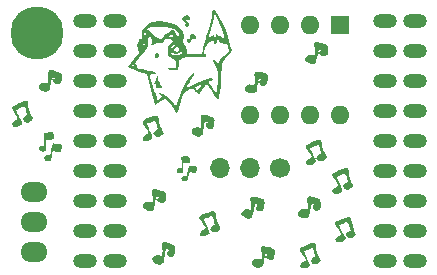
<source format=gbr>
%TF.GenerationSoftware,KiCad,Pcbnew,(5.99.0-2290-gd34f8fd4b)*%
%TF.CreationDate,2020-09-13T23:37:03+02:00*%
%TF.ProjectId,audio-esp32,61756469-6f2d-4657-9370-33322e6b6963,rev?*%
%TF.SameCoordinates,Original*%
%TF.FileFunction,Soldermask,Top*%
%TF.FilePolarity,Negative*%
%FSLAX46Y46*%
G04 Gerber Fmt 4.6, Leading zero omitted, Abs format (unit mm)*
G04 Created by KiCad (PCBNEW (5.99.0-2290-gd34f8fd4b)) date 2020-09-13 23:37:03*
%MOMM*%
%LPD*%
G01*
G04 APERTURE LIST*
%ADD10O,2.300000X1.700000*%
%ADD11O,1.600000X1.600000*%
%ADD12R,1.600000X1.600000*%
%ADD13C,1.700000*%
%ADD14O,1.700000X1.700000*%
%ADD15C,4.500000*%
%ADD16O,2.000000X1.200000*%
G04 APERTURE END LIST*
%TO.C,G\u002A\u002A\u002A*%
G36*
X142028126Y-71015258D02*
G01*
X142124566Y-71107372D01*
X142150292Y-71248197D01*
X142141672Y-71286054D01*
X142056190Y-71391290D01*
X141927188Y-71421698D01*
X141831733Y-71378032D01*
X141788514Y-71262567D01*
X141808725Y-71119953D01*
X141880297Y-71018994D01*
X141896084Y-71011158D01*
X142028126Y-71015258D01*
G37*
G36*
X142102912Y-72975327D02*
G01*
X142095720Y-73105615D01*
X142099428Y-73284004D01*
X142152415Y-73358253D01*
X142211796Y-73438114D01*
X142234908Y-73575460D01*
X142265908Y-73727804D01*
X142368631Y-73795980D01*
X142464507Y-73844947D01*
X142453282Y-73900112D01*
X142353299Y-73945895D01*
X142182899Y-73966716D01*
X142167492Y-73966837D01*
X142004976Y-73957843D01*
X141933362Y-73915637D01*
X141916655Y-73817388D01*
X141916612Y-73807689D01*
X141900399Y-73690996D01*
X141868868Y-73656080D01*
X141797245Y-73653000D01*
X141773986Y-73598246D01*
X141798743Y-73468987D01*
X141862971Y-73266586D01*
X141950087Y-73045339D01*
X142025294Y-72918774D01*
X142079324Y-72893301D01*
X142102912Y-72975327D01*
G37*
G36*
X144629565Y-67802639D02*
G01*
X144662112Y-67831111D01*
X144752230Y-67957694D01*
X144775687Y-68086464D01*
X144742548Y-68185220D01*
X144662880Y-68221762D01*
X144555678Y-68171540D01*
X144477811Y-68123252D01*
X144477540Y-68172761D01*
X144555056Y-68321315D01*
X144586693Y-68374211D01*
X144666253Y-68546650D01*
X144657356Y-68674804D01*
X144648112Y-68694045D01*
X144559465Y-68798190D01*
X144461608Y-68777524D01*
X144399319Y-68714957D01*
X144353282Y-68609428D01*
X144394162Y-68530193D01*
X144422871Y-68454667D01*
X144362909Y-68371431D01*
X144274638Y-68303051D01*
X144130013Y-68177728D01*
X144098937Y-68071887D01*
X144183580Y-67962032D01*
X144314681Y-67868989D01*
X144462920Y-67781187D01*
X144552516Y-67760746D01*
X144629565Y-67802639D01*
G37*
G36*
X145004081Y-69435444D02*
G01*
X145193165Y-69478171D01*
X145272553Y-69563785D01*
X145258776Y-69701490D01*
X145188849Y-69805933D01*
X145064790Y-69812848D01*
X144950730Y-69814675D01*
X144903089Y-69902170D01*
X144895992Y-69949857D01*
X144830490Y-70087276D01*
X144706061Y-70140370D01*
X144569883Y-70095188D01*
X144531501Y-70057660D01*
X144484694Y-69935819D01*
X144548470Y-69850432D01*
X144653679Y-69828992D01*
X144745257Y-69790711D01*
X144788952Y-69658645D01*
X144793155Y-69622100D01*
X144819273Y-69481140D01*
X144886136Y-69431893D01*
X145004081Y-69435444D01*
G37*
G36*
X155901636Y-70141120D02*
G01*
X155936308Y-70151340D01*
X156210862Y-70243669D01*
X156380657Y-70336587D01*
X156466035Y-70454337D01*
X156487339Y-70621162D01*
X156473661Y-70791750D01*
X156423830Y-71056823D01*
X156342663Y-71214934D01*
X156217218Y-71285102D01*
X156132452Y-71293153D01*
X155927339Y-71252334D01*
X155784069Y-71147976D01*
X155721091Y-71007229D01*
X155756859Y-70857241D01*
X155799853Y-70803797D01*
X155833264Y-70726503D01*
X155795618Y-70689201D01*
X155740673Y-70663865D01*
X155701065Y-70682379D01*
X155668660Y-70765413D01*
X155635321Y-70933634D01*
X155593761Y-71202018D01*
X155546554Y-71455596D01*
X155489640Y-71669506D01*
X155433899Y-71804289D01*
X155423795Y-71818341D01*
X155273717Y-71906864D01*
X155064367Y-71927749D01*
X154843491Y-71882330D01*
X154688856Y-71797806D01*
X154544646Y-71628965D01*
X154513761Y-71459674D01*
X154584286Y-71312384D01*
X154744305Y-71209545D01*
X154981903Y-71173610D01*
X155019349Y-71175113D01*
X155199596Y-71179273D01*
X155293401Y-71150183D01*
X155340802Y-71069176D01*
X155355668Y-71018315D01*
X155371239Y-70829769D01*
X155343699Y-70639151D01*
X155286765Y-70363756D01*
X155306832Y-70182231D01*
X155411160Y-70088600D01*
X155607008Y-70076889D01*
X155901636Y-70141120D01*
G37*
G36*
X133167851Y-72458013D02*
G01*
X133391516Y-72513808D01*
X133611529Y-72586945D01*
X133787886Y-72665977D01*
X133875823Y-72732147D01*
X133912945Y-72857180D01*
X133920622Y-73054915D01*
X133902483Y-73275108D01*
X133862159Y-73467514D01*
X133815356Y-73568967D01*
X133693013Y-73634758D01*
X133512132Y-73641428D01*
X133327713Y-73587463D01*
X133318442Y-73582642D01*
X133230124Y-73481277D01*
X133195340Y-73336839D01*
X133222661Y-73208627D01*
X133258968Y-73171098D01*
X133320201Y-73090035D01*
X133283906Y-73023082D01*
X133231428Y-73011950D01*
X133170255Y-73028515D01*
X133123162Y-73092506D01*
X133082918Y-73225362D01*
X133042293Y-73448526D01*
X133009918Y-73668805D01*
X132968427Y-73902065D01*
X132918868Y-74091627D01*
X132873403Y-74193993D01*
X132755147Y-74255876D01*
X132569362Y-74279240D01*
X132371197Y-74259631D01*
X132304081Y-74239971D01*
X132110888Y-74120186D01*
X132005899Y-73953520D01*
X131999787Y-73771181D01*
X132090752Y-73616327D01*
X132223097Y-73544468D01*
X132436101Y-73529218D01*
X132488622Y-73532206D01*
X132781524Y-73553053D01*
X132781524Y-73026161D01*
X132789132Y-72731534D01*
X132813677Y-72546339D01*
X132857743Y-72453503D01*
X132869576Y-72444232D01*
X132980537Y-72431006D01*
X133167851Y-72458013D01*
G37*
G36*
X150548455Y-72588493D02*
G01*
X150756436Y-72639129D01*
X150812718Y-72654030D01*
X151092000Y-72733657D01*
X151267987Y-72807610D01*
X151361555Y-72898343D01*
X151393582Y-73028308D01*
X151384946Y-73219960D01*
X151380486Y-73264660D01*
X151320435Y-73556875D01*
X151211254Y-73732882D01*
X151050934Y-73794749D01*
X150893082Y-73766505D01*
X150749041Y-73685884D01*
X150670902Y-73588530D01*
X150660384Y-73438712D01*
X150708156Y-73313752D01*
X150787959Y-73265612D01*
X150802013Y-73240688D01*
X150746666Y-73190147D01*
X150665116Y-73147792D01*
X150627752Y-73140243D01*
X150598401Y-73197619D01*
X150559579Y-73350016D01*
X150519009Y-73566303D01*
X150513490Y-73600797D01*
X150473707Y-73848763D01*
X150437796Y-74062068D01*
X150413288Y-74196034D01*
X150412634Y-74199198D01*
X150327238Y-74327293D01*
X150159763Y-74407244D01*
X149951070Y-74423998D01*
X149851250Y-74406002D01*
X149611052Y-74300367D01*
X149472489Y-74153091D01*
X149443364Y-73981463D01*
X149531485Y-73802770D01*
X149563319Y-73768250D01*
X149678447Y-73682136D01*
X149818401Y-73657296D01*
X149972453Y-73670906D01*
X150144440Y-73688628D01*
X150231180Y-73665842D01*
X150273101Y-73582411D01*
X150289611Y-73512933D01*
X150298894Y-73328164D01*
X150270034Y-73103305D01*
X150252984Y-73033150D01*
X150209364Y-72849455D01*
X150212526Y-72739441D01*
X150265432Y-72657254D01*
X150278083Y-72644249D01*
X150343046Y-72591671D01*
X150421914Y-72572880D01*
X150548455Y-72588493D01*
G37*
G36*
X146234848Y-69373566D02*
G01*
X146349940Y-68986389D01*
X146456418Y-68601586D01*
X146545686Y-68252204D01*
X146609144Y-67971286D01*
X146631024Y-67850865D01*
X146679519Y-67566536D01*
X146725156Y-67395397D01*
X146775865Y-67323778D01*
X146839575Y-67338008D01*
X146896867Y-67392526D01*
X147009556Y-67547265D01*
X147156868Y-67789840D01*
X147323684Y-68090890D01*
X147494885Y-68421052D01*
X147655351Y-68750964D01*
X147789964Y-69051262D01*
X147883604Y-69292585D01*
X147897513Y-69335859D01*
X147991822Y-69642036D01*
X148101182Y-69990677D01*
X148195829Y-70287345D01*
X148276936Y-70553573D01*
X148308337Y-70742006D01*
X148280052Y-70891064D01*
X148182098Y-71039168D01*
X148004492Y-71224737D01*
X147934498Y-71293153D01*
X147751196Y-71500197D01*
X147616294Y-71728363D01*
X147522745Y-72001289D01*
X147463497Y-72342610D01*
X147431502Y-72775964D01*
X147424189Y-73004152D01*
X147367228Y-73896349D01*
X147234731Y-74744050D01*
X147227643Y-74778491D01*
X147192627Y-74884886D01*
X147140230Y-74923351D01*
X147063558Y-74886285D01*
X146955715Y-74766084D01*
X146809806Y-74555146D01*
X146618936Y-74245869D01*
X146390486Y-73855434D01*
X146292397Y-73699242D01*
X146216077Y-73602487D01*
X146192247Y-73586851D01*
X146128342Y-73637157D01*
X146021547Y-73763056D01*
X145895893Y-73931832D01*
X145775409Y-74110764D01*
X145684127Y-74267134D01*
X145667693Y-74301048D01*
X145591377Y-74425228D01*
X145520786Y-74476110D01*
X145443712Y-74431750D01*
X145318943Y-74317950D01*
X145228623Y-74221189D01*
X145004081Y-73966267D01*
X144640182Y-74133880D01*
X144487071Y-74209375D01*
X144368189Y-74288724D01*
X144272372Y-74391585D01*
X144188459Y-74537617D01*
X144105286Y-74746479D01*
X144011691Y-75037827D01*
X143896511Y-75431321D01*
X143889415Y-75456015D01*
X143811573Y-75707059D01*
X143738852Y-75906701D01*
X143682137Y-76026553D01*
X143662445Y-76047967D01*
X143599532Y-76008891D01*
X143497819Y-75886199D01*
X143391809Y-75726301D01*
X143241403Y-75495694D01*
X143075752Y-75269236D01*
X142915003Y-75071448D01*
X142779305Y-74926851D01*
X142688806Y-74859965D01*
X142678388Y-74858065D01*
X142601720Y-74892245D01*
X142453560Y-74982005D01*
X142265482Y-75108174D01*
X142259010Y-75112702D01*
X142071120Y-75239607D01*
X141923218Y-75330838D01*
X141846342Y-75367289D01*
X141845284Y-75367338D01*
X141804424Y-75311314D01*
X141765890Y-75172333D01*
X141758310Y-75128616D01*
X141729119Y-74988363D01*
X141671647Y-74751637D01*
X141592536Y-74444402D01*
X141498429Y-74092620D01*
X141424601Y-73824479D01*
X141127646Y-72759063D01*
X140774134Y-72660659D01*
X140315998Y-72520688D01*
X139961543Y-72383039D01*
X139701366Y-72247282D01*
X139491384Y-72118835D01*
X139575300Y-72025242D01*
X139840894Y-72025242D01*
X139847690Y-72057063D01*
X139939523Y-72114997D01*
X139982522Y-72120722D01*
X140045462Y-72088883D01*
X140038667Y-72057063D01*
X139946833Y-71999128D01*
X139903835Y-71993403D01*
X139840894Y-72025242D01*
X139575300Y-72025242D01*
X139760146Y-71819080D01*
X140138348Y-71819080D01*
X140152709Y-71872260D01*
X140205992Y-71917173D01*
X140301018Y-72043561D01*
X140312249Y-72139263D01*
X140317104Y-72213277D01*
X140372814Y-72269170D01*
X140503976Y-72321049D01*
X140735187Y-72383018D01*
X140738918Y-72383942D01*
X141032668Y-72453818D01*
X141341972Y-72523041D01*
X141554126Y-72567362D01*
X141774748Y-72627236D01*
X141883483Y-72690305D01*
X141877685Y-72745396D01*
X141754703Y-72781338D01*
X141606691Y-72789143D01*
X141438672Y-72803477D01*
X141359768Y-72841305D01*
X141357909Y-72856746D01*
X141406976Y-73031675D01*
X141480244Y-73276170D01*
X141570210Y-73566955D01*
X141669374Y-73880756D01*
X141770233Y-74194298D01*
X141865288Y-74484307D01*
X141947036Y-74727508D01*
X142007976Y-74900625D01*
X142040607Y-74980385D01*
X142043220Y-74983094D01*
X142108924Y-74945108D01*
X142230492Y-74853973D01*
X142262790Y-74827927D01*
X142449821Y-74675049D01*
X142294620Y-74549230D01*
X142188289Y-74441228D01*
X142187548Y-74384876D01*
X142279813Y-74384448D01*
X142452498Y-74444219D01*
X142516646Y-74473822D01*
X142741992Y-74619493D01*
X142995431Y-74839865D01*
X143241166Y-75099511D01*
X143443398Y-75363006D01*
X143489959Y-75437044D01*
X143596417Y-75617263D01*
X143745198Y-75101916D01*
X143849530Y-74778725D01*
X143980033Y-74426814D01*
X144108455Y-74122365D01*
X144108461Y-74122352D01*
X144355474Y-73642204D01*
X144624868Y-73213760D01*
X144893729Y-72873402D01*
X144898044Y-72868717D01*
X145042487Y-72728016D01*
X145120286Y-72687241D01*
X145133276Y-72738983D01*
X145083292Y-72875834D01*
X144972170Y-73090386D01*
X144801744Y-73375231D01*
X144753925Y-73450573D01*
X144621710Y-73659552D01*
X144520902Y-73824045D01*
X144467510Y-73917723D01*
X144462978Y-73929126D01*
X144517691Y-73913525D01*
X144608716Y-73877648D01*
X145232583Y-73877648D01*
X145252599Y-73932117D01*
X145322105Y-74029569D01*
X145402528Y-74121038D01*
X145453273Y-74157814D01*
X145491972Y-74108700D01*
X145570053Y-73985677D01*
X145602554Y-73931369D01*
X145685799Y-73784810D01*
X145732499Y-73691979D01*
X145736161Y-73679980D01*
X145685647Y-73687176D01*
X145564358Y-73728699D01*
X145417669Y-73786739D01*
X145290958Y-73843484D01*
X145232583Y-73877648D01*
X144608716Y-73877648D01*
X144668385Y-73854130D01*
X144894890Y-73759291D01*
X145177035Y-73637361D01*
X145325976Y-73571810D01*
X145804678Y-73368869D01*
X146177336Y-73231094D01*
X146446840Y-73157749D01*
X146616082Y-73148102D01*
X146687953Y-73201417D01*
X146691048Y-73225162D01*
X146636661Y-73315931D01*
X146531900Y-73367763D01*
X146413029Y-73407731D01*
X146372752Y-73437786D01*
X146406931Y-73506223D01*
X146495456Y-73644561D01*
X146617314Y-73823138D01*
X146751487Y-74012292D01*
X146876961Y-74182361D01*
X146972721Y-74303683D01*
X147016760Y-74346770D01*
X147043012Y-74289201D01*
X147073667Y-74133302D01*
X147105756Y-73907845D01*
X147136309Y-73641604D01*
X147162358Y-73363354D01*
X147180933Y-73101867D01*
X147189065Y-72885917D01*
X147183785Y-72744279D01*
X147182800Y-72737665D01*
X147136459Y-72573129D01*
X147043066Y-72327724D01*
X146915728Y-72032788D01*
X146767558Y-71719658D01*
X146704984Y-71595534D01*
X146707213Y-71544535D01*
X146781539Y-71555877D01*
X146896593Y-71617703D01*
X147015587Y-71712919D01*
X147187945Y-71878048D01*
X147234163Y-71732426D01*
X147301164Y-71621542D01*
X147437473Y-71457866D01*
X147616631Y-71272500D01*
X147663377Y-71227948D01*
X148046373Y-70869090D01*
X147963480Y-70429775D01*
X147918215Y-70206914D01*
X147883989Y-70093875D01*
X147852890Y-70074581D01*
X147817192Y-70132533D01*
X147727463Y-70254118D01*
X147626899Y-70249896D01*
X147521286Y-70120288D01*
X147516005Y-70110577D01*
X147451074Y-70004824D01*
X147412487Y-70005244D01*
X147387778Y-70061835D01*
X147352508Y-70124883D01*
X147306992Y-70091453D01*
X147250285Y-69991892D01*
X147153233Y-69806660D01*
X147042205Y-70040633D01*
X146946142Y-70206519D01*
X146869991Y-70269735D01*
X146825323Y-70224498D01*
X146818366Y-70152495D01*
X146803527Y-69974697D01*
X146747814Y-69902661D01*
X146634435Y-69931056D01*
X146465755Y-70040576D01*
X146296922Y-70180485D01*
X146183104Y-70331907D01*
X146091999Y-70542791D01*
X146056981Y-70647352D01*
X145982732Y-70879400D01*
X145943962Y-71015329D01*
X145938741Y-71080716D01*
X145965135Y-71101139D01*
X146021212Y-71102177D01*
X146022627Y-71102175D01*
X146107556Y-71116666D01*
X146118116Y-71128798D01*
X146137962Y-71203471D01*
X146158213Y-71259913D01*
X146162947Y-71299890D01*
X146129620Y-71327694D01*
X146040634Y-71345074D01*
X145878391Y-71353779D01*
X145625296Y-71355558D01*
X145263750Y-71352160D01*
X145234014Y-71351775D01*
X144843655Y-71349078D01*
X144561173Y-71353777D01*
X144367262Y-71367345D01*
X144242619Y-71391256D01*
X144167939Y-71426982D01*
X144159455Y-71433791D01*
X144020847Y-71528795D01*
X143940770Y-71566801D01*
X143878783Y-71617441D01*
X143840411Y-71733104D01*
X143818500Y-71940267D01*
X143813452Y-72038006D01*
X143794557Y-72470847D01*
X143508091Y-72457519D01*
X143296801Y-72441257D01*
X143117620Y-72416854D01*
X143078391Y-72408562D01*
X142953876Y-72358377D01*
X142944188Y-72307634D01*
X143037362Y-72267304D01*
X143221430Y-72248361D01*
X143253454Y-72248040D01*
X143571750Y-72248040D01*
X143571750Y-71910703D01*
X143566736Y-71712613D01*
X143538064Y-71602125D01*
X143465286Y-71539565D01*
X143358065Y-71496097D01*
X143103199Y-71356599D01*
X142950287Y-71149850D01*
X142890068Y-70919984D01*
X142883000Y-70735010D01*
X143134900Y-70735010D01*
X143138426Y-70861648D01*
X143163958Y-71039052D01*
X143221893Y-71129714D01*
X143317113Y-71169427D01*
X143588270Y-71193062D01*
X143867839Y-71147294D01*
X143995817Y-71095985D01*
X144113290Y-70978711D01*
X144175183Y-70805870D01*
X144183990Y-70613565D01*
X144142204Y-70437895D01*
X144052321Y-70314962D01*
X143939365Y-70278915D01*
X143794557Y-70283223D01*
X143939174Y-70352920D01*
X144084293Y-70482645D01*
X144127040Y-70662948D01*
X144061772Y-70861619D01*
X144035184Y-70900825D01*
X143875814Y-71041666D01*
X143691486Y-71099689D01*
X143507674Y-71086382D01*
X143349854Y-71013234D01*
X143243503Y-70891733D01*
X143217779Y-70753199D01*
X143455022Y-70753199D01*
X143517742Y-70854851D01*
X143672250Y-70906548D01*
X143791286Y-70836931D01*
X143830361Y-70776453D01*
X143856307Y-70633414D01*
X143797909Y-70521325D01*
X143686609Y-70475139D01*
X143586470Y-70505316D01*
X143481062Y-70620176D01*
X143455022Y-70753199D01*
X143217779Y-70753199D01*
X143214096Y-70733367D01*
X143279965Y-70560256D01*
X143404127Y-70421137D01*
X143527717Y-70338877D01*
X143614795Y-70296844D01*
X143585881Y-70280526D01*
X143552941Y-70278642D01*
X143432887Y-70318493D01*
X143292586Y-70421081D01*
X143278765Y-70434485D01*
X143171019Y-70574266D01*
X143134900Y-70735010D01*
X142883000Y-70735010D01*
X142878860Y-70626675D01*
X142944511Y-70413351D01*
X143097931Y-70251086D01*
X143157453Y-70211264D01*
X143296527Y-70112896D01*
X143340435Y-70034457D01*
X143314468Y-69951369D01*
X143204409Y-69855549D01*
X143024650Y-69828992D01*
X142876398Y-69812271D01*
X142840961Y-69771312D01*
X142909653Y-69719922D01*
X143073787Y-69671907D01*
X143129789Y-69661877D01*
X143302909Y-69626238D01*
X143369388Y-69579238D01*
X143349457Y-69498889D01*
X143322081Y-69452896D01*
X143269112Y-69414087D01*
X143180614Y-69443102D01*
X143030212Y-69549622D01*
X143005409Y-69569135D01*
X142805670Y-69744226D01*
X142613246Y-69939054D01*
X142556421Y-70004364D01*
X142432449Y-70142181D01*
X142342571Y-70194075D01*
X142247731Y-70178328D01*
X142214884Y-70164250D01*
X142097790Y-70132548D01*
X141969392Y-70159056D01*
X141789411Y-70249840D01*
X141593215Y-70347215D01*
X141490784Y-70361122D01*
X141478725Y-70290377D01*
X141537525Y-70161854D01*
X141592006Y-70041388D01*
X141589856Y-69933159D01*
X141527497Y-69780760D01*
X141511250Y-69747612D01*
X141413504Y-69593962D01*
X141335998Y-69563854D01*
X141281326Y-69654741D01*
X141252080Y-69864076D01*
X141247833Y-70006361D01*
X141234321Y-70200905D01*
X141188469Y-70383845D01*
X141098696Y-70575559D01*
X140953420Y-70796427D01*
X140741062Y-71066830D01*
X140455086Y-71401374D01*
X140278819Y-71605830D01*
X140176812Y-71737668D01*
X140138348Y-71819080D01*
X139760146Y-71819080D01*
X140008029Y-71542613D01*
X140230949Y-71288582D01*
X140374736Y-71109318D01*
X140449855Y-70989129D01*
X140466768Y-70912322D01*
X140451253Y-70877924D01*
X140409516Y-70768800D01*
X140421378Y-70718998D01*
X140418494Y-70645247D01*
X140745887Y-70645247D01*
X140780360Y-70608625D01*
X140854123Y-70452590D01*
X140867231Y-70421554D01*
X140941406Y-70223145D01*
X140994846Y-70044034D01*
X140999422Y-70023685D01*
X141010147Y-69928025D01*
X140985996Y-69932201D01*
X140937632Y-70017154D01*
X140875716Y-70163823D01*
X140810911Y-70353149D01*
X140805900Y-70369638D01*
X140753477Y-70564803D01*
X140745887Y-70645247D01*
X140418494Y-70645247D01*
X140417627Y-70623079D01*
X140363307Y-70536254D01*
X140306032Y-70456960D01*
X140295461Y-70370095D01*
X140452451Y-70370095D01*
X140484281Y-70401925D01*
X140516111Y-70370095D01*
X140484281Y-70338266D01*
X140452451Y-70370095D01*
X140295461Y-70370095D01*
X140295158Y-70367612D01*
X140326058Y-70242777D01*
X140516111Y-70242777D01*
X140547940Y-70274606D01*
X140579770Y-70242777D01*
X140547940Y-70210947D01*
X140516111Y-70242777D01*
X140326058Y-70242777D01*
X140330657Y-70224201D01*
X140363055Y-70126481D01*
X140432349Y-69953009D01*
X140496201Y-69841817D01*
X140522095Y-69821035D01*
X140639083Y-69805665D01*
X140643429Y-69805120D01*
X140697178Y-69780435D01*
X140712004Y-69704012D01*
X140691410Y-69544415D01*
X140679645Y-69479863D01*
X140682424Y-69389010D01*
X140899619Y-69389010D01*
X140933701Y-69516787D01*
X140961725Y-69542526D01*
X141005449Y-69516100D01*
X141025057Y-69387731D01*
X141025384Y-69363101D01*
X141051262Y-69191321D01*
X141114095Y-69071064D01*
X141119474Y-69066243D01*
X141180761Y-69041766D01*
X141264840Y-69070912D01*
X141392273Y-69166263D01*
X141583621Y-69340401D01*
X141612832Y-69368119D01*
X141879547Y-69610130D01*
X142079918Y-69759944D01*
X142228744Y-69823474D01*
X142340821Y-69806636D01*
X142430949Y-69715344D01*
X142441260Y-69699232D01*
X142541828Y-69579235D01*
X142701244Y-69432567D01*
X142889991Y-69281324D01*
X143078552Y-69147605D01*
X143237411Y-69053507D01*
X143337051Y-69021127D01*
X143344759Y-69022839D01*
X143421124Y-69093939D01*
X143526843Y-69242310D01*
X143606284Y-69377058D01*
X143729286Y-69573091D01*
X143819861Y-69653016D01*
X143874492Y-69615471D01*
X143890045Y-69487020D01*
X143831255Y-69313625D01*
X143672056Y-69144222D01*
X143438207Y-68999882D01*
X143182298Y-68908088D01*
X142724129Y-68817610D01*
X142277444Y-68773583D01*
X141863793Y-68774620D01*
X141504726Y-68819332D01*
X141221792Y-68906331D01*
X141036541Y-69034229D01*
X141025950Y-69046992D01*
X140932288Y-69217602D01*
X140899619Y-69389010D01*
X140682424Y-69389010D01*
X140688201Y-69200237D01*
X140808649Y-68932071D01*
X141025663Y-68691911D01*
X141323918Y-68496304D01*
X141688091Y-68361796D01*
X141722970Y-68353393D01*
X142003745Y-68322741D01*
X142358477Y-68332824D01*
X142742478Y-68378183D01*
X143111059Y-68453362D01*
X143419532Y-68552906D01*
X143444431Y-68563583D01*
X143772549Y-68751887D01*
X144028530Y-68986077D01*
X144200876Y-69246969D01*
X144278085Y-69515377D01*
X144248659Y-69772115D01*
X144214775Y-69848799D01*
X144166655Y-69964075D01*
X144182455Y-70059380D01*
X144273609Y-70186455D01*
X144295073Y-70212150D01*
X144465730Y-70478060D01*
X144523801Y-70751854D01*
X144512638Y-70914058D01*
X144484428Y-71106265D01*
X145158039Y-71088305D01*
X145831649Y-71070346D01*
X145871126Y-70746931D01*
X145903368Y-70576762D01*
X145967187Y-70313769D01*
X146055074Y-69986297D01*
X146099815Y-69830541D01*
X146342302Y-69830541D01*
X146362486Y-69839754D01*
X146412580Y-69791938D01*
X146490971Y-69699992D01*
X146502914Y-69685759D01*
X146630452Y-69546778D01*
X146730265Y-69460713D01*
X146760882Y-69447038D01*
X146807605Y-69500410D01*
X146818366Y-69574356D01*
X146845025Y-69677800D01*
X146882025Y-69701674D01*
X146929880Y-69647196D01*
X146945685Y-69542526D01*
X146984431Y-69420349D01*
X147070091Y-69381360D01*
X147156792Y-69438246D01*
X147177160Y-69478501D01*
X147239290Y-69541665D01*
X147275363Y-69535491D01*
X147358665Y-69548453D01*
X147479093Y-69631087D01*
X147491500Y-69642442D01*
X147596438Y-69736359D01*
X147638202Y-69744913D01*
X147645915Y-69670446D01*
X147645935Y-69654852D01*
X147621741Y-69500113D01*
X147556740Y-69261493D01*
X147462307Y-68971245D01*
X147349814Y-68661623D01*
X147230635Y-68364880D01*
X147116144Y-68113269D01*
X147073186Y-68030621D01*
X146969670Y-67844726D01*
X146893347Y-67713076D01*
X146861329Y-67664896D01*
X146851471Y-67722118D01*
X146839017Y-67867119D01*
X146832825Y-67963092D01*
X146806162Y-68146771D01*
X146747534Y-68411999D01*
X146666252Y-68719883D01*
X146592868Y-68965409D01*
X146477309Y-69331734D01*
X146398102Y-69589431D01*
X146353637Y-69751400D01*
X146342302Y-69830541D01*
X146099815Y-69830541D01*
X146159522Y-69622692D01*
X146234848Y-69373566D01*
G37*
G36*
X131032811Y-75108815D02*
G01*
X131084171Y-75284804D01*
X131097351Y-75483948D01*
X131131309Y-75753203D01*
X131214696Y-76029228D01*
X131328648Y-76255518D01*
X131374970Y-76315537D01*
X131455732Y-76442481D01*
X131476512Y-76523034D01*
X131423769Y-76651153D01*
X131296020Y-76780876D01*
X131138980Y-76873359D01*
X131038524Y-76895158D01*
X130826042Y-76853245D01*
X130691413Y-76746526D01*
X130645337Y-76603528D01*
X130698512Y-76452781D01*
X130830178Y-76339607D01*
X131011414Y-76235592D01*
X130911955Y-75864390D01*
X130854642Y-75672185D01*
X130805354Y-75544692D01*
X130778464Y-75510963D01*
X130704544Y-75541417D01*
X130549766Y-75601233D01*
X130410221Y-75653958D01*
X130227809Y-75730483D01*
X130106418Y-75797082D01*
X130076010Y-75829307D01*
X130102919Y-75905221D01*
X130174845Y-76065511D01*
X130278593Y-76281322D01*
X130329821Y-76384243D01*
X130439822Y-76620671D01*
X130516980Y-76821281D01*
X130549820Y-76954547D01*
X130547704Y-76982675D01*
X130469561Y-77070799D01*
X130324912Y-77164461D01*
X130300187Y-77176707D01*
X130141896Y-77245581D01*
X130031720Y-77264477D01*
X129904819Y-77242165D01*
X129874538Y-77234275D01*
X129760149Y-77155085D01*
X129730635Y-77024857D01*
X129775871Y-76877318D01*
X129885734Y-76746194D01*
X130044986Y-76666460D01*
X130163824Y-76615722D01*
X130203329Y-76565382D01*
X130172111Y-76474857D01*
X130092846Y-76316061D01*
X129987120Y-76127311D01*
X129876516Y-75946925D01*
X129782619Y-75813223D01*
X129773193Y-75801774D01*
X129704249Y-75686914D01*
X129716705Y-75585285D01*
X129821550Y-75485736D01*
X130029774Y-75377114D01*
X130298817Y-75268351D01*
X130553596Y-75174569D01*
X130766673Y-75100930D01*
X130907973Y-75057588D01*
X130944513Y-75050336D01*
X131032811Y-75108815D01*
G37*
G36*
X146185302Y-76258824D02*
G01*
X146415864Y-76326058D01*
X146628208Y-76409691D01*
X146784585Y-76497151D01*
X146845318Y-76565154D01*
X146855732Y-76688861D01*
X146844966Y-76881608D01*
X146831882Y-76988472D01*
X146785207Y-77202070D01*
X146709616Y-77330819D01*
X146618334Y-77398470D01*
X146485730Y-77456494D01*
X146377541Y-77438201D01*
X146284599Y-77383262D01*
X146160886Y-77250485D01*
X146118549Y-77093763D01*
X146163384Y-76956147D01*
X146220572Y-76907806D01*
X146287730Y-76856981D01*
X146237630Y-76818063D01*
X146209747Y-76806998D01*
X146117304Y-76794813D01*
X146050885Y-76852534D01*
X146002683Y-76997174D01*
X145964890Y-77245748D01*
X145951828Y-77369021D01*
X145914078Y-77640636D01*
X145857899Y-77821369D01*
X145771568Y-77947482D01*
X145761443Y-77957868D01*
X145635168Y-78062213D01*
X145509909Y-78091237D01*
X145326358Y-78058583D01*
X145325030Y-78058246D01*
X145086676Y-77954836D01*
X144943423Y-77797980D01*
X144908592Y-77653214D01*
X144962408Y-77462230D01*
X145111614Y-77339515D01*
X145337843Y-77296158D01*
X145479430Y-77308588D01*
X145642676Y-77331102D01*
X145717294Y-77308620D01*
X145740165Y-77217542D01*
X145743699Y-77139475D01*
X145746233Y-76978027D01*
X145742104Y-76876017D01*
X145741631Y-76873038D01*
X145695457Y-76591901D01*
X145679732Y-76410460D01*
X145697448Y-76304088D01*
X145751598Y-76248158D01*
X145820514Y-76223843D01*
X145974269Y-76220562D01*
X146185302Y-76258824D01*
G37*
G36*
X142046436Y-76300397D02*
G01*
X142051752Y-76304584D01*
X142091766Y-76395848D01*
X142136498Y-76575006D01*
X142176324Y-76803441D01*
X142176639Y-76805662D01*
X142259973Y-77179958D01*
X142387242Y-77457957D01*
X142395954Y-77470829D01*
X142510747Y-77654451D01*
X142541819Y-77778951D01*
X142488387Y-77881805D01*
X142385471Y-77972743D01*
X142160672Y-78088190D01*
X141941886Y-78076565D01*
X141782720Y-77984842D01*
X141683232Y-77882896D01*
X141677633Y-77781376D01*
X141708128Y-77703897D01*
X141808843Y-77567954D01*
X141912731Y-77501151D01*
X142000561Y-77461263D01*
X142036043Y-77393813D01*
X142023250Y-77267283D01*
X141969539Y-77061691D01*
X141902044Y-76853183D01*
X141832391Y-76753023D01*
X141731529Y-76745112D01*
X141570402Y-76813355D01*
X141544767Y-76826341D01*
X141366060Y-76907081D01*
X141222634Y-76954006D01*
X141187068Y-76958817D01*
X141100499Y-76967662D01*
X141089043Y-76975434D01*
X141115428Y-77035834D01*
X141186037Y-77183447D01*
X141288049Y-77391662D01*
X141342068Y-77500622D01*
X141456120Y-77741352D01*
X141543871Y-77948407D01*
X141591752Y-78088832D01*
X141596705Y-78119129D01*
X141541711Y-78248888D01*
X141399527Y-78358058D01*
X141210247Y-78428948D01*
X141013968Y-78443863D01*
X140913980Y-78420400D01*
X140802880Y-78332365D01*
X140770747Y-78245148D01*
X140822327Y-78111195D01*
X140950699Y-77966565D01*
X141116314Y-77852294D01*
X141172600Y-77828171D01*
X141228644Y-77797105D01*
X141239561Y-77740244D01*
X141199714Y-77630608D01*
X141103467Y-77441217D01*
X141084157Y-77404900D01*
X140973765Y-77212859D01*
X140879518Y-77075574D01*
X140821648Y-77022482D01*
X140821309Y-77022476D01*
X140784866Y-76968325D01*
X140782434Y-76848847D01*
X140802831Y-76764708D01*
X140856697Y-76696213D01*
X140966722Y-76628919D01*
X141155599Y-76548385D01*
X141395753Y-76458490D01*
X141719741Y-76349116D01*
X141937792Y-76296147D01*
X142046436Y-76300397D01*
G37*
G36*
X133228170Y-77983468D02*
G01*
X133241281Y-78198723D01*
X133179042Y-78325125D01*
X133024000Y-78382114D01*
X132862202Y-78391148D01*
X132600308Y-78391148D01*
X132615490Y-78780322D01*
X132613828Y-79032097D01*
X132580943Y-79190737D01*
X132526489Y-79273681D01*
X132356924Y-79368229D01*
X132174096Y-79341536D01*
X132050888Y-79251990D01*
X131962058Y-79110179D01*
X131995049Y-78993609D01*
X132145335Y-78911827D01*
X132220639Y-78893961D01*
X132443200Y-78852208D01*
X132398167Y-78343482D01*
X132378528Y-78060154D01*
X132391737Y-77879861D01*
X132455003Y-77779284D01*
X132585531Y-77735105D01*
X132800529Y-77724005D01*
X132855503Y-77723702D01*
X133184118Y-77722727D01*
X133228170Y-77983468D01*
G37*
G36*
X133414989Y-78668137D02*
G01*
X133620912Y-78697584D01*
X133796903Y-78740558D01*
X133815827Y-78747264D01*
X133911587Y-78800206D01*
X133940965Y-78887082D01*
X133922057Y-79043207D01*
X133870252Y-79261503D01*
X133796741Y-79371960D01*
X133673733Y-79393914D01*
X133482088Y-79349315D01*
X133204364Y-79265732D01*
X133127765Y-79592350D01*
X133072810Y-79801885D01*
X133017980Y-79972481D01*
X132993679Y-80030371D01*
X132889666Y-80112703D01*
X132730210Y-80140900D01*
X132576935Y-80110882D01*
X132512764Y-80062200D01*
X132416750Y-79914486D01*
X132409237Y-79812560D01*
X132465106Y-79735206D01*
X132620915Y-79665042D01*
X132737829Y-79671507D01*
X132823154Y-79683262D01*
X132882074Y-79662052D01*
X132928414Y-79585038D01*
X132975998Y-79429386D01*
X133037747Y-79176064D01*
X133163479Y-78645784D01*
X133414989Y-78668137D01*
G37*
G36*
X155863431Y-78339320D02*
G01*
X155899299Y-78426202D01*
X155940976Y-78601663D01*
X155979475Y-78827823D01*
X155979680Y-78829264D01*
X156065499Y-79209491D01*
X156198687Y-79502274D01*
X156204286Y-79510851D01*
X156301675Y-79668779D01*
X156359920Y-79784009D01*
X156367238Y-79811017D01*
X156313054Y-79919421D01*
X156180062Y-80030387D01*
X156012601Y-80114161D01*
X155874324Y-80141774D01*
X155702516Y-80107558D01*
X155555286Y-80023832D01*
X155478775Y-79918979D01*
X155476010Y-79896755D01*
X155518654Y-79788515D01*
X155616363Y-79666295D01*
X155723806Y-79581340D01*
X155766086Y-79568842D01*
X155828706Y-79554833D01*
X155851764Y-79496938D01*
X155834928Y-79371356D01*
X155777865Y-79154286D01*
X155759396Y-79090223D01*
X155660827Y-78751158D01*
X155393356Y-78864953D01*
X155204082Y-78943539D01*
X155049291Y-79004528D01*
X155013044Y-79017712D01*
X154964627Y-79047097D01*
X154954591Y-79105247D01*
X154988932Y-79215117D01*
X155073647Y-79399661D01*
X155156277Y-79565983D01*
X155270988Y-79803970D01*
X155359135Y-80005576D01*
X155407286Y-80139244D01*
X155412351Y-80167570D01*
X155359476Y-80279947D01*
X155230743Y-80399147D01*
X155070989Y-80491471D01*
X154938490Y-80523729D01*
X154771646Y-80486086D01*
X154685516Y-80439948D01*
X154597823Y-80316436D01*
X154628706Y-80170672D01*
X154774037Y-80014365D01*
X154856055Y-79956163D01*
X155093763Y-79802336D01*
X154924616Y-79510527D01*
X154802542Y-79309563D01*
X154684796Y-79130887D01*
X154639255Y-79068118D01*
X154562396Y-78910823D01*
X154576397Y-78822177D01*
X154656948Y-78757825D01*
X154822182Y-78672244D01*
X155041205Y-78577024D01*
X155283123Y-78483757D01*
X155517042Y-78404032D01*
X155712066Y-78349440D01*
X155837301Y-78331573D01*
X155863431Y-78339320D01*
G37*
G36*
X144712171Y-79796011D02*
G01*
X144768813Y-79930251D01*
X144768578Y-80072667D01*
X144747740Y-80217208D01*
X144691988Y-80286502D01*
X144562869Y-80313762D01*
X144481839Y-80320353D01*
X144214234Y-80339784D01*
X144195373Y-80734138D01*
X144182189Y-80950117D01*
X144158147Y-81069837D01*
X144107135Y-81124250D01*
X144013041Y-81144307D01*
X143980112Y-81147657D01*
X143796788Y-81129103D01*
X143702439Y-81068893D01*
X143646789Y-80934390D01*
X143702123Y-80829205D01*
X143852147Y-80779441D01*
X143883788Y-80778366D01*
X144072504Y-80778366D01*
X144060849Y-80286000D01*
X144049193Y-79793635D01*
X144335660Y-79752874D01*
X144573187Y-79740875D01*
X144712171Y-79796011D01*
G37*
G36*
X144972251Y-80577302D02*
G01*
X145206341Y-80608839D01*
X145333593Y-80671610D01*
X145373918Y-80784833D01*
X145352645Y-80944436D01*
X145304630Y-81124880D01*
X145244384Y-81202679D01*
X145135739Y-81200233D01*
X145004081Y-81160321D01*
X144852035Y-81116638D01*
X144763089Y-81103412D01*
X144755796Y-81106232D01*
X144731930Y-81175058D01*
X144687938Y-81329655D01*
X144648428Y-81478616D01*
X144587544Y-81683113D01*
X144526101Y-81793064D01*
X144442824Y-81839546D01*
X144395767Y-81847670D01*
X144209598Y-81810241D01*
X144116660Y-81737460D01*
X144047646Y-81599847D01*
X144085863Y-81490847D01*
X144211231Y-81437524D01*
X144332780Y-81446154D01*
X144419673Y-81458877D01*
X144476902Y-81433981D01*
X144519298Y-81347154D01*
X144561692Y-81174087D01*
X144593188Y-81019285D01*
X144685785Y-80555559D01*
X144972251Y-80577302D01*
G37*
G36*
X158122388Y-80737644D02*
G01*
X158165588Y-80819019D01*
X158201925Y-80981419D01*
X158237894Y-81246138D01*
X158244223Y-81300939D01*
X158315175Y-81625968D01*
X158438321Y-81889510D01*
X158440415Y-81892613D01*
X158536482Y-82051876D01*
X158590789Y-82176231D01*
X158595309Y-82202427D01*
X158543049Y-82320883D01*
X158416937Y-82444653D01*
X158262975Y-82536097D01*
X158157321Y-82560822D01*
X157944839Y-82518909D01*
X157810210Y-82412190D01*
X157764134Y-82269193D01*
X157817309Y-82118445D01*
X157948975Y-82005271D01*
X158130211Y-81901256D01*
X158030752Y-81530054D01*
X157973439Y-81337849D01*
X157924151Y-81210356D01*
X157897261Y-81176627D01*
X157823341Y-81207081D01*
X157668563Y-81266897D01*
X157529018Y-81319622D01*
X157346606Y-81396147D01*
X157225215Y-81462746D01*
X157194807Y-81494972D01*
X157221716Y-81570886D01*
X157293642Y-81731175D01*
X157397390Y-81946986D01*
X157448618Y-82049907D01*
X157558619Y-82286335D01*
X157635777Y-82486945D01*
X157668617Y-82620211D01*
X157666501Y-82648339D01*
X157588874Y-82732050D01*
X157442235Y-82828329D01*
X157277930Y-82908214D01*
X157147303Y-82942744D01*
X157144495Y-82942777D01*
X157053696Y-82905983D01*
X156934515Y-82823680D01*
X156837229Y-82733091D01*
X156828879Y-82655317D01*
X156896438Y-82538224D01*
X157025950Y-82404480D01*
X157163783Y-82332125D01*
X157282676Y-82279388D01*
X157322126Y-82225303D01*
X157290478Y-82131007D01*
X157210147Y-81969550D01*
X157103048Y-81779720D01*
X156991098Y-81600307D01*
X156896212Y-81470101D01*
X156893926Y-81467438D01*
X156823569Y-81353009D01*
X156835177Y-81251523D01*
X156939590Y-81151937D01*
X157147651Y-81043207D01*
X157417614Y-80934016D01*
X157672747Y-80840196D01*
X157886548Y-80766541D01*
X158028786Y-80723220D01*
X158065831Y-80716000D01*
X158122388Y-80737644D01*
G37*
G36*
X141897093Y-82517024D02*
G01*
X142108390Y-82568017D01*
X142150974Y-82579138D01*
X142378098Y-82645439D01*
X142561607Y-82711185D01*
X142659336Y-82760633D01*
X142713008Y-82870735D01*
X142739621Y-83058015D01*
X142739159Y-83275237D01*
X142711603Y-83475167D01*
X142659642Y-83606988D01*
X142520603Y-83700966D01*
X142334068Y-83713485D01*
X142150567Y-83644335D01*
X142105480Y-83609289D01*
X141995199Y-83465182D01*
X142008276Y-83336565D01*
X142078773Y-83258572D01*
X142140981Y-83182621D01*
X142094688Y-83124434D01*
X142019827Y-83086355D01*
X141967318Y-83098218D01*
X141927477Y-83179296D01*
X141890622Y-83348863D01*
X141848951Y-83613521D01*
X141804344Y-83871440D01*
X141755835Y-84085863D01*
X141711814Y-84221492D01*
X141699124Y-84243685D01*
X141538245Y-84349536D01*
X141313306Y-84366032D01*
X141193606Y-84340835D01*
X140951357Y-84229832D01*
X140813094Y-84080316D01*
X140785984Y-83908261D01*
X140877193Y-83729641D01*
X140905675Y-83699077D01*
X141019379Y-83613541D01*
X141157113Y-83588186D01*
X141318583Y-83602250D01*
X141492885Y-83619726D01*
X141581815Y-83598242D01*
X141625260Y-83521619D01*
X141638710Y-83472422D01*
X141647912Y-83311380D01*
X141623058Y-83095216D01*
X141600292Y-82990141D01*
X141556969Y-82795461D01*
X141555734Y-82679062D01*
X141598963Y-82598255D01*
X141623591Y-82571924D01*
X141688826Y-82519445D01*
X141768616Y-82500989D01*
X141897093Y-82517024D01*
G37*
G36*
X155086460Y-83156340D02*
G01*
X155305298Y-83210700D01*
X155528284Y-83282316D01*
X155705954Y-83355980D01*
X155771456Y-83395843D01*
X155827864Y-83512686D01*
X155855677Y-83735015D01*
X155857965Y-83840332D01*
X155851452Y-84057857D01*
X155822569Y-84188896D01*
X155757300Y-84274006D01*
X155691482Y-84322109D01*
X155559298Y-84392202D01*
X155450779Y-84383760D01*
X155357271Y-84337364D01*
X155218248Y-84205651D01*
X155164518Y-84038739D01*
X155209226Y-83881430D01*
X155219578Y-83867998D01*
X155255596Y-83775818D01*
X155224465Y-83740427D01*
X155147613Y-83718537D01*
X155087398Y-83771176D01*
X155036904Y-83913615D01*
X154989212Y-84161128D01*
X154967161Y-84308462D01*
X154924105Y-84560907D01*
X154875856Y-84765263D01*
X154830783Y-84888168D01*
X154817305Y-84905769D01*
X154604900Y-84996645D01*
X154337819Y-84985677D01*
X154282733Y-84971735D01*
X154066947Y-84864283D01*
X153945672Y-84704539D01*
X153932843Y-84515031D01*
X153956907Y-84445060D01*
X154063055Y-84302970D01*
X154232737Y-84233446D01*
X154490988Y-84226912D01*
X154521123Y-84229226D01*
X154666281Y-84233078D01*
X154733197Y-84188931D01*
X154758856Y-84062378D01*
X154764036Y-84003226D01*
X154759640Y-83783973D01*
X154721830Y-83580589D01*
X154717414Y-83567245D01*
X154687818Y-83361761D01*
X154746530Y-83209618D01*
X154881174Y-83137099D01*
X154921233Y-83134443D01*
X155086460Y-83156340D01*
G37*
G36*
X150236447Y-83157377D02*
G01*
X150449009Y-83209414D01*
X150494423Y-83221448D01*
X150721951Y-83288144D01*
X150905025Y-83352939D01*
X151003955Y-83401773D01*
X151064928Y-83521198D01*
X151088226Y-83715006D01*
X151076372Y-83936776D01*
X151031892Y-84140084D01*
X150957310Y-84278509D01*
X150956211Y-84279619D01*
X150838274Y-84378704D01*
X150728131Y-84399621D01*
X150566673Y-84352475D01*
X150555253Y-84348155D01*
X150396455Y-84237715D01*
X150352264Y-84082034D01*
X150411271Y-83926416D01*
X150471097Y-83817833D01*
X150451618Y-83765244D01*
X150407508Y-83744409D01*
X150311087Y-83711390D01*
X150289177Y-83706687D01*
X150272072Y-83765054D01*
X150243252Y-83921197D01*
X150207737Y-84146677D01*
X150190837Y-84263704D01*
X150124036Y-84622159D01*
X150035186Y-84863915D01*
X149914412Y-84999006D01*
X149751839Y-85037468D01*
X149537592Y-84989336D01*
X149493360Y-84972483D01*
X149253809Y-84839742D01*
X149135272Y-84683938D01*
X149139862Y-84510385D01*
X149245498Y-84349266D01*
X149353232Y-84258090D01*
X149476869Y-84228780D01*
X149657170Y-84245357D01*
X149830426Y-84265156D01*
X149918698Y-84244836D01*
X149962113Y-84167900D01*
X149976823Y-84113935D01*
X149986744Y-83949645D01*
X149962215Y-83731316D01*
X149939640Y-83626732D01*
X149896320Y-83431848D01*
X149895116Y-83315366D01*
X149938284Y-83234772D01*
X149961769Y-83209686D01*
X150026451Y-83158256D01*
X150106802Y-83140572D01*
X150236447Y-83157377D01*
G37*
G36*
X146848530Y-84365660D02*
G01*
X146896772Y-84439820D01*
X146948469Y-84606605D01*
X146993320Y-84832069D01*
X146996603Y-84853632D01*
X147087678Y-85252846D01*
X147225108Y-85553508D01*
X147229521Y-85560247D01*
X147335714Y-85771758D01*
X147329583Y-85932118D01*
X147206181Y-86058589D01*
X147066700Y-86128345D01*
X146904504Y-86178107D01*
X146775798Y-86157507D01*
X146698677Y-86118973D01*
X146571978Y-86018413D01*
X146512522Y-85920568D01*
X146542489Y-85799924D01*
X146643699Y-85663675D01*
X146777191Y-85559977D01*
X146818745Y-85542066D01*
X146857014Y-85498495D01*
X146852919Y-85390414D01*
X146804758Y-85192886D01*
X146791845Y-85147858D01*
X146728860Y-84957552D01*
X146672531Y-84832323D01*
X146639978Y-84800511D01*
X146559331Y-84833226D01*
X146401015Y-84895342D01*
X146276965Y-84943420D01*
X146096138Y-85014263D01*
X145971933Y-85064939D01*
X145939030Y-85080066D01*
X145956772Y-85138920D01*
X146020991Y-85284930D01*
X146119915Y-85492043D01*
X146177752Y-85608461D01*
X146293029Y-85847183D01*
X146381852Y-86049107D01*
X146430882Y-86183082D01*
X146436411Y-86212488D01*
X146379677Y-86322738D01*
X146236830Y-86417420D01*
X146048903Y-86484814D01*
X145856930Y-86513199D01*
X145701944Y-86490857D01*
X145638436Y-86440412D01*
X145614305Y-86292928D01*
X145685519Y-86129973D01*
X145831909Y-85989617D01*
X145896525Y-85953186D01*
X146117206Y-85847951D01*
X145919543Y-85497712D01*
X145800890Y-85297969D01*
X145693903Y-85135648D01*
X145633532Y-85059124D01*
X145557174Y-84955079D01*
X145560742Y-84861976D01*
X145654874Y-84770047D01*
X145850213Y-84669521D01*
X146157399Y-84550629D01*
X146206274Y-84533254D01*
X146460249Y-84449602D01*
X146673308Y-84390463D01*
X146814315Y-84363962D01*
X146848530Y-84365660D01*
G37*
G36*
X158361829Y-84854520D02*
G01*
X158396202Y-84937604D01*
X158434516Y-85109446D01*
X158467029Y-85322241D01*
X158544167Y-85688837D01*
X158670034Y-85999720D01*
X158684448Y-86025153D01*
X158774542Y-86210630D01*
X158814400Y-86360552D01*
X158810256Y-86409728D01*
X158704994Y-86535067D01*
X158527539Y-86629855D01*
X158332868Y-86669704D01*
X158244053Y-86660865D01*
X158075965Y-86569582D01*
X157998368Y-86427896D01*
X158011620Y-86273510D01*
X158116077Y-86144129D01*
X158238647Y-86089857D01*
X158387583Y-86052476D01*
X158275814Y-85691236D01*
X158207923Y-85499459D01*
X158145423Y-85369208D01*
X158109125Y-85331904D01*
X158022891Y-85353729D01*
X157859649Y-85407821D01*
X157725822Y-85456181D01*
X157397437Y-85578547D01*
X157679470Y-86140108D01*
X157961502Y-86701668D01*
X157803856Y-86859315D01*
X157626194Y-86973249D01*
X157419169Y-87017564D01*
X157229408Y-86988349D01*
X157126720Y-86916138D01*
X157082220Y-86791367D01*
X157151665Y-86652500D01*
X157339523Y-86491286D01*
X157367082Y-86472193D01*
X157559240Y-86341208D01*
X157378303Y-85983382D01*
X157273630Y-85789601D01*
X157182809Y-85644390D01*
X157132427Y-85585422D01*
X157081083Y-85496472D01*
X157067489Y-85398406D01*
X157081355Y-85326573D01*
X157136982Y-85263554D01*
X157255414Y-85196846D01*
X157457694Y-85113948D01*
X157688166Y-85029666D01*
X157950761Y-84941768D01*
X158169226Y-84879787D01*
X158316026Y-84850882D01*
X158361829Y-84854520D01*
G37*
G36*
X142707574Y-87035952D02*
G01*
X142907727Y-87083397D01*
X142982643Y-87102901D01*
X143211437Y-87174726D01*
X143396043Y-87254168D01*
X143495544Y-87323175D01*
X143546978Y-87474120D01*
X143547997Y-87688187D01*
X143506048Y-87915091D01*
X143428580Y-88104545D01*
X143368826Y-88178742D01*
X143220167Y-88274452D01*
X143083013Y-88267809D01*
X142949323Y-88191047D01*
X142829122Y-88046060D01*
X142824701Y-87880400D01*
X142901693Y-87759773D01*
X142961804Y-87681527D01*
X142919295Y-87637333D01*
X142892581Y-87626409D01*
X142789638Y-87606683D01*
X142760624Y-87615891D01*
X142738870Y-87687892D01*
X142705619Y-87855318D01*
X142666719Y-88087461D01*
X142650733Y-88192616D01*
X142611791Y-88440927D01*
X142576964Y-88635714D01*
X142551821Y-88746860D01*
X142545605Y-88761260D01*
X142450866Y-88819966D01*
X142317259Y-88883451D01*
X142209373Y-88922000D01*
X142191348Y-88924245D01*
X142103465Y-88899212D01*
X141952906Y-88840619D01*
X141918666Y-88826002D01*
X141723080Y-88719818D01*
X141625801Y-88599048D01*
X141599291Y-88434846D01*
X141654622Y-88274954D01*
X141803689Y-88164441D01*
X142017407Y-88119153D01*
X142160375Y-88129160D01*
X142321318Y-88149231D01*
X142399700Y-88121082D01*
X142437737Y-88021795D01*
X142447920Y-87973080D01*
X142455859Y-87785892D01*
X142427488Y-87559383D01*
X142411574Y-87491179D01*
X142370402Y-87306913D01*
X142375941Y-87195803D01*
X142432071Y-87111106D01*
X142444160Y-87098724D01*
X142509854Y-87043880D01*
X142586304Y-87022868D01*
X142707574Y-87035952D01*
G37*
G36*
X151075451Y-87353036D02*
G01*
X151290425Y-87390835D01*
X151526818Y-87449328D01*
X151731924Y-87517901D01*
X151838135Y-87568518D01*
X151922235Y-87634567D01*
X151960444Y-87717001D01*
X151961835Y-87855202D01*
X151943403Y-88025393D01*
X151907862Y-88237598D01*
X151863523Y-88402724D01*
X151833509Y-88465208D01*
X151707970Y-88538655D01*
X151545330Y-88539977D01*
X151384568Y-88484176D01*
X151264664Y-88386256D01*
X151224594Y-88261220D01*
X151229974Y-88232911D01*
X151270728Y-88087135D01*
X151282661Y-88043466D01*
X151262968Y-87949276D01*
X151234359Y-87929290D01*
X151179118Y-87942548D01*
X151132965Y-88037357D01*
X151091660Y-88228303D01*
X151050962Y-88529969D01*
X151045361Y-88579271D01*
X151006550Y-88803866D01*
X150950529Y-88988327D01*
X150906062Y-89069970D01*
X150753540Y-89158665D01*
X150542383Y-89179158D01*
X150320607Y-89132788D01*
X150169057Y-89049435D01*
X150032839Y-88881089D01*
X150013709Y-88698441D01*
X150113651Y-88527037D01*
X150127477Y-88514006D01*
X150248491Y-88440887D01*
X150412312Y-88425843D01*
X150533754Y-88438234D01*
X150707913Y-88456622D01*
X150795604Y-88436153D01*
X150836069Y-88358144D01*
X150851841Y-88286806D01*
X150859895Y-88110891D01*
X150836693Y-87883516D01*
X150816249Y-87778319D01*
X150775941Y-87548925D01*
X150794832Y-87410465D01*
X150889232Y-87349612D01*
X151075451Y-87353036D01*
G37*
G36*
X155364318Y-87072491D02*
G01*
X155371127Y-87077593D01*
X155410728Y-87169827D01*
X155452488Y-87349299D01*
X155486074Y-87567602D01*
X155573804Y-87975665D01*
X155697686Y-88236195D01*
X155810449Y-88420477D01*
X155848288Y-88542692D01*
X155813774Y-88641789D01*
X155730647Y-88735759D01*
X155563653Y-88840810D01*
X155374064Y-88872847D01*
X155198036Y-88838139D01*
X155071721Y-88742953D01*
X155030396Y-88614362D01*
X155074927Y-88418977D01*
X155197440Y-88307907D01*
X155294334Y-88290145D01*
X155355337Y-88280539D01*
X155374643Y-88231929D01*
X155353652Y-88114632D01*
X155310083Y-87955935D01*
X155238145Y-87706353D01*
X155190351Y-87557905D01*
X155155627Y-87489375D01*
X155122901Y-87479547D01*
X155081097Y-87507205D01*
X155077387Y-87510120D01*
X154973774Y-87567913D01*
X154800014Y-87644528D01*
X154700797Y-87683325D01*
X154403027Y-87794647D01*
X154677881Y-88341900D01*
X154793303Y-88586455D01*
X154877586Y-88793868D01*
X154919488Y-88934821D01*
X154920193Y-88973958D01*
X154828696Y-89075739D01*
X154662695Y-89170735D01*
X154473626Y-89233468D01*
X154372931Y-89245033D01*
X154219046Y-89206987D01*
X154137604Y-89147659D01*
X154094208Y-89008703D01*
X154154145Y-88853395D01*
X154302418Y-88712382D01*
X154369603Y-88673486D01*
X154501882Y-88606167D01*
X154572365Y-88569407D01*
X154573562Y-88568721D01*
X154563616Y-88508296D01*
X154502075Y-88375518D01*
X154407333Y-88204391D01*
X154297785Y-88028916D01*
X154227142Y-87928353D01*
X154116177Y-87763045D01*
X154075404Y-87636638D01*
X154115993Y-87532740D01*
X154249114Y-87434959D01*
X154485936Y-87326904D01*
X154691511Y-87246892D01*
X155027652Y-87128692D01*
X155251984Y-87070543D01*
X155364318Y-87072491D01*
G37*
%TD*%
D10*
%TO.C,J1*%
X131572000Y-82804000D03*
X131572000Y-85344000D03*
X131572000Y-87884000D03*
%TD*%
D11*
%TO.C,U1*%
X157480000Y-76238250D03*
X149860000Y-68618250D03*
X154940000Y-76238250D03*
X152400000Y-68618250D03*
X152400000Y-76238250D03*
X154940000Y-68618250D03*
X149860000Y-76238250D03*
D12*
X157480000Y-68618250D03*
%TD*%
D13*
%TO.C,U2*%
X152400000Y-80772000D03*
D14*
X147320000Y-80772000D03*
X149860000Y-80772000D03*
%TD*%
D15*
%TO.C,REF\u002A\u002A*%
X131826000Y-69342000D03*
%TD*%
D16*
%TO.C,U3*%
X163855938Y-70840948D03*
X161315938Y-88620948D03*
X163855938Y-86080948D03*
X161315938Y-75920948D03*
X163855938Y-68300948D03*
X161315938Y-73380948D03*
X163855938Y-88620948D03*
X161315938Y-78460948D03*
X161315938Y-86080948D03*
X163855938Y-78460948D03*
X163855938Y-73380948D03*
X161315938Y-70840948D03*
X161315938Y-83540948D03*
X161315938Y-68300948D03*
X161315938Y-81000948D03*
X163855938Y-75920948D03*
X163855938Y-83540948D03*
X163855938Y-81000948D03*
X138455938Y-70840948D03*
X135915938Y-88620948D03*
X138455938Y-86080948D03*
X135915938Y-75920948D03*
X138455938Y-68300948D03*
X135915938Y-73380948D03*
X138455938Y-88620948D03*
X135915938Y-78460948D03*
X135915938Y-86080948D03*
X138455938Y-78460948D03*
X138455938Y-73380948D03*
X135915938Y-70840948D03*
X135915938Y-83540948D03*
X135915938Y-68300948D03*
X135915938Y-81000948D03*
X138455938Y-75920948D03*
X138455938Y-83540948D03*
X138455938Y-81000948D03*
%TD*%
M02*

</source>
